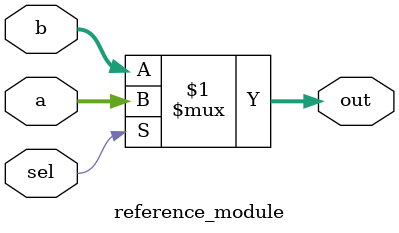
<source format=sv>
module reference_module (
	input sel,
	input [7:0] a,
	input [7:0] b,
	output reg [7:0] out
);

	// assign out = (~sel & a) | (sel & b);
    assign out = sel ? a : b;
	
endmodule

</source>
